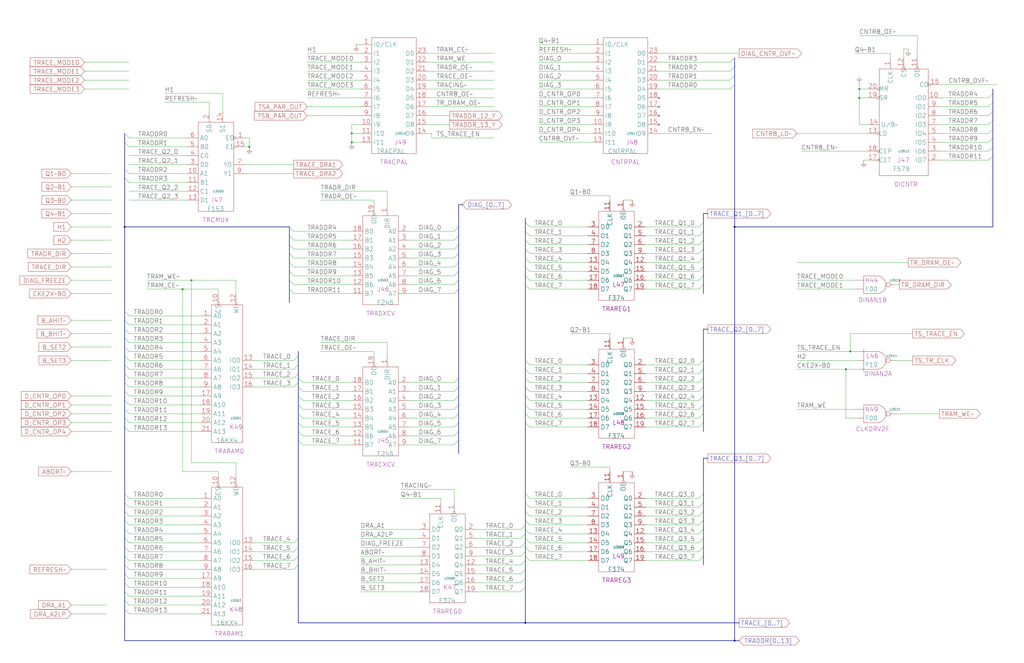
<source format=kicad_sch>
(kicad_sch (version 20230121) (generator eeschema)
  (paper "User" 584.2 378.46)
  (title_block (title "TRACE RAMS\\nDIAGNOSTIC COUNTER") (date "08-MAR-90") (rev "0.0") (comment 1 "MEM32 BOARD") (comment 2 "232-003066") (comment 3 "S400") (comment 4 "RELEASED"))
  (junction (at 200.66 81.28))
  (junction (at 200.66 76.2))
  (junction (at 71.12 129.54))
  (junction (at 485.14 200.66))
  (junction (at 490.22 50.8))
  (junction (at 490.22 55.88))
  (junction (at 109.22 160.02))
  (junction (at 299.72 355.6))
  (junction (at 104.14 165.1))
  (junction (at 482.6 210.82))
  (junction (at 142.24 83.82))
  (junction (at 419.1 129.54))
  (junction (at 419.1 365.76))
  (no_connect (at 375.92 60.96))
  (no_connect (at 375.92 71.12))
  (no_connect (at 375.92 66.04))
  (no_connect (at 375.92 55.88))
  (bus_entry (at 165.1 165.1) (size 2.54 2.54))
  (bus_entry (at 566.42 83.82) (size -2.54 2.54))
  (bus_entry (at 170.18 322.58) (size -2.54 2.54))
  (bus_entry (at 299.72 317.5) (size 2.54 2.54))
  (bus_entry (at 299.72 287.02) (size 2.54 2.54))
  (bus_entry (at 419.1 48.26) (size -2.54 2.54))
  (bus_entry (at 170.18 236.22) (size 2.54 2.54))
  (bus_entry (at 71.12 193.04) (size 2.54 2.54))
  (bus_entry (at 566.42 53.34) (size -2.54 2.54))
  (bus_entry (at 170.18 312.42) (size -2.54 2.54))
  (bus_entry (at 165.1 139.7) (size 2.54 2.54))
  (bus_entry (at 401.32 281.94) (size -2.54 2.54))
  (bus_entry (at 299.72 210.82) (size 2.54 2.54))
  (bus_entry (at 71.12 233.68) (size 2.54 2.54))
  (bus_entry (at 299.72 236.22) (size 2.54 2.54))
  (bus_entry (at 165.1 154.94) (size 2.54 2.54))
  (bus_entry (at 71.12 208.28) (size 2.54 2.54))
  (bus_entry (at 299.72 297.18) (size 2.54 2.54))
  (bus_entry (at 165.1 149.86) (size 2.54 2.54))
  (bus_entry (at 299.72 157.48) (size 2.54 2.54))
  (bus_entry (at 261.62 220.98) (size -2.54 2.54))
  (bus_entry (at 401.32 226.06) (size -2.54 2.54))
  (bus_entry (at 566.42 63.5) (size -2.54 2.54))
  (bus_entry (at 299.72 309.88) (size -2.54 2.54))
  (bus_entry (at 170.18 215.9) (size 2.54 2.54))
  (bus_entry (at 299.72 302.26) (size 2.54 2.54))
  (bus_entry (at 299.72 314.96) (size -2.54 2.54))
  (bus_entry (at 71.12 228.6) (size 2.54 2.54))
  (bus_entry (at 71.12 347.98) (size 2.54 2.54))
  (bus_entry (at 566.42 73.66) (size -2.54 2.54))
  (bus_entry (at 401.32 215.9) (size -2.54 2.54))
  (bus_entry (at 299.72 137.16) (size 2.54 2.54))
  (bus_entry (at 71.12 238.76) (size 2.54 2.54))
  (bus_entry (at 299.72 231.14) (size 2.54 2.54))
  (bus_entry (at 401.32 307.34) (size -2.54 2.54))
  (bus_entry (at 566.42 88.9) (size -2.54 2.54))
  (bus_entry (at 401.32 317.5) (size -2.54 2.54))
  (bus_entry (at 261.62 139.7) (size -2.54 2.54))
  (bus_entry (at 170.18 226.06) (size 2.54 2.54))
  (bus_entry (at 71.12 332.74) (size 2.54 2.54))
  (bus_entry (at 71.12 342.9) (size 2.54 2.54))
  (bus_entry (at 299.72 320.04) (size -2.54 2.54))
  (bus_entry (at 71.12 243.84) (size 2.54 2.54))
  (bus_entry (at 299.72 307.34) (size 2.54 2.54))
  (bus_entry (at 401.32 162.56) (size -2.54 2.54))
  (bus_entry (at 71.12 223.52) (size 2.54 2.54))
  (bus_entry (at 401.32 210.82) (size -2.54 2.54))
  (bus_entry (at 401.32 147.32) (size -2.54 2.54))
  (bus_entry (at 401.32 292.1) (size -2.54 2.54))
  (bus_entry (at 71.12 76.2) (size 2.54 2.54))
  (bus_entry (at 401.32 241.3) (size -2.54 2.54))
  (bus_entry (at 401.32 152.4) (size -2.54 2.54))
  (bus_entry (at 401.32 287.02) (size -2.54 2.54))
  (bus_entry (at 261.62 149.86) (size -2.54 2.54))
  (bus_entry (at 170.18 203.2) (size -2.54 2.54))
  (bus_entry (at 401.32 127) (size -2.54 2.54))
  (bus_entry (at 299.72 205.74) (size 2.54 2.54))
  (bus_entry (at 299.72 226.06) (size 2.54 2.54))
  (bus_entry (at 261.62 226.06) (size -2.54 2.54))
  (bus_entry (at 299.72 147.32) (size 2.54 2.54))
  (bus_entry (at 299.72 152.4) (size 2.54 2.54))
  (bus_entry (at 299.72 127) (size 2.54 2.54))
  (bus_entry (at 170.18 241.3) (size 2.54 2.54))
  (bus_entry (at 71.12 337.82) (size 2.54 2.54))
  (bus_entry (at 170.18 317.5) (size -2.54 2.54))
  (bus_entry (at 71.12 317.5) (size 2.54 2.54))
  (bus_entry (at 261.62 241.3) (size -2.54 2.54))
  (bus_entry (at 170.18 231.14) (size 2.54 2.54))
  (bus_entry (at 419.1 38.1) (size -2.54 2.54))
  (bus_entry (at 71.12 213.36) (size 2.54 2.54))
  (bus_entry (at 401.32 157.48) (size -2.54 2.54))
  (bus_entry (at 71.12 203.2) (size 2.54 2.54))
  (bus_entry (at 261.62 154.94) (size -2.54 2.54))
  (bus_entry (at 71.12 307.34) (size 2.54 2.54))
  (bus_entry (at 71.12 322.58) (size 2.54 2.54))
  (bus_entry (at 165.1 129.54) (size 2.54 2.54))
  (bus_entry (at 71.12 81.28) (size 2.54 2.54))
  (bus_entry (at 261.62 251.46) (size -2.54 2.54))
  (bus_entry (at 401.32 297.18) (size -2.54 2.54))
  (bus_entry (at 170.18 246.38) (size 2.54 2.54))
  (bus_entry (at 170.18 307.34) (size -2.54 2.54))
  (bus_entry (at 261.62 134.62) (size -2.54 2.54))
  (bus_entry (at 71.12 281.94) (size 2.54 2.54))
  (bus_entry (at 401.32 220.98) (size -2.54 2.54))
  (bus_entry (at 566.42 58.42) (size -2.54 2.54))
  (bus_entry (at 165.1 144.78) (size 2.54 2.54))
  (bus_entry (at 165.1 160.02) (size 2.54 2.54))
  (bus_entry (at 401.32 205.74) (size -2.54 2.54))
  (bus_entry (at 170.18 213.36) (size -2.54 2.54))
  (bus_entry (at 170.18 220.98) (size 2.54 2.54))
  (bus_entry (at 299.72 292.1) (size 2.54 2.54))
  (bus_entry (at 566.42 78.74) (size -2.54 2.54))
  (bus_entry (at 261.62 144.78) (size -2.54 2.54))
  (bus_entry (at 299.72 132.08) (size 2.54 2.54))
  (bus_entry (at 170.18 208.28) (size -2.54 2.54))
  (bus_entry (at 71.12 96.52) (size 2.54 2.54))
  (bus_entry (at 261.62 231.14) (size -2.54 2.54))
  (bus_entry (at 71.12 297.18) (size 2.54 2.54))
  (bus_entry (at 299.72 330.2) (size -2.54 2.54))
  (bus_entry (at 299.72 142.24) (size 2.54 2.54))
  (bus_entry (at 401.32 132.08) (size -2.54 2.54))
  (bus_entry (at 71.12 302.26) (size 2.54 2.54))
  (bus_entry (at 71.12 177.8) (size 2.54 2.54))
  (bus_entry (at 71.12 312.42) (size 2.54 2.54))
  (bus_entry (at 299.72 281.94) (size 2.54 2.54))
  (bus_entry (at 401.32 312.42) (size -2.54 2.54))
  (bus_entry (at 401.32 142.24) (size -2.54 2.54))
  (bus_entry (at 401.32 231.14) (size -2.54 2.54))
  (bus_entry (at 71.12 287.02) (size 2.54 2.54))
  (bus_entry (at 170.18 218.44) (size -2.54 2.54))
  (bus_entry (at 261.62 215.9) (size -2.54 2.54))
  (bus_entry (at 165.1 134.62) (size 2.54 2.54))
  (bus_entry (at 419.1 43.18) (size -2.54 2.54))
  (bus_entry (at 261.62 236.22) (size -2.54 2.54))
  (bus_entry (at 299.72 325.12) (size -2.54 2.54))
  (bus_entry (at 261.62 165.1) (size -2.54 2.54))
  (bus_entry (at 299.72 335.28) (size -2.54 2.54))
  (bus_entry (at 71.12 101.6) (size 2.54 2.54))
  (bus_entry (at 71.12 182.88) (size 2.54 2.54))
  (bus_entry (at 299.72 162.56) (size 2.54 2.54))
  (bus_entry (at 299.72 312.42) (size 2.54 2.54))
  (bus_entry (at 71.12 292.1) (size 2.54 2.54))
  (bus_entry (at 261.62 160.02) (size -2.54 2.54))
  (bus_entry (at 401.32 236.22) (size -2.54 2.54))
  (bus_entry (at 261.62 246.38) (size -2.54 2.54))
  (bus_entry (at 170.18 251.46) (size 2.54 2.54))
  (bus_entry (at 299.72 241.3) (size 2.54 2.54))
  (bus_entry (at 299.72 304.8) (size -2.54 2.54))
  (bus_entry (at 299.72 215.9) (size 2.54 2.54))
  (bus_entry (at 299.72 299.72) (size -2.54 2.54))
  (bus_entry (at 299.72 220.98) (size 2.54 2.54))
  (bus_entry (at 71.12 218.44) (size 2.54 2.54))
  (bus_entry (at 401.32 137.16) (size -2.54 2.54))
  (bus_entry (at 566.42 68.58) (size -2.54 2.54))
  (bus_entry (at 419.1 33.02) (size -2.54 2.54))
  (bus_entry (at 71.12 187.96) (size 2.54 2.54))
  (bus_entry (at 261.62 129.54) (size -2.54 2.54))
  (bus_entry (at 71.12 327.66) (size 2.54 2.54))
  (bus_entry (at 401.32 302.26) (size -2.54 2.54))
  (bus_entry (at 71.12 198.12) (size 2.54 2.54))
  (wire (pts (xy 302.26 154.94) (xy 335.28 154.94)))
  (wire (pts (xy 40.64 246.38) (xy 63.5 246.38)))
  (wire (pts (xy 73.66 304.8) (xy 114.3 304.8)))
  (wire (pts (xy 73.66 88.9) (xy 106.68 88.9)))
  (wire (pts (xy 144.78 215.9) (xy 167.64 215.9)))
  (bus (pts (xy 170.18 355.6) (xy 299.72 355.6)))
  (wire (pts (xy 233.68 223.52) (xy 259.08 223.52)))
  (wire (pts (xy 40.64 231.14) (xy 63.5 231.14)))
  (wire (pts (xy 124.46 271.78) (xy 124.46 269.24)))
  (bus (pts (xy 170.18 322.58) (xy 170.18 355.6)))
  (wire (pts (xy 139.7 83.82) (xy 142.24 83.82)))
  (bus (pts (xy 261.62 246.38) (xy 261.62 251.46)))
  (wire (pts (xy 307.34 60.96) (xy 337.82 60.96)))
  (wire (pts (xy 124.46 165.1) (xy 124.46 167.64)))
  (wire (pts (xy 246.38 76.2) (xy 246.38 78.74)))
  (wire (pts (xy 535.94 60.96) (xy 563.88 60.96)))
  (bus (pts (xy 299.72 302.26) (xy 299.72 304.8)))
  (wire (pts (xy 302.26 134.62) (xy 335.28 134.62)))
  (wire (pts (xy 490.22 55.88) (xy 490.22 50.8)))
  (wire (pts (xy 144.78 320.04) (xy 167.64 320.04)))
  (bus (pts (xy 71.12 76.2) (xy 71.12 81.28)))
  (wire (pts (xy 307.34 55.88) (xy 337.82 55.88)))
  (wire (pts (xy 233.68 132.08) (xy 259.08 132.08)))
  (wire (pts (xy 482.6 238.76) (xy 482.6 210.82)))
  (wire (pts (xy 495.3 71.12) (xy 490.22 71.12)))
  (wire (pts (xy 535.94 55.88) (xy 563.88 55.88)))
  (wire (pts (xy 490.22 50.8) (xy 495.3 50.8)))
  (wire (pts (xy 325.12 190.5) (xy 347.98 190.5)))
  (bus (pts (xy 299.72 215.9) (xy 299.72 220.98)))
  (wire (pts (xy 368.3 208.28) (xy 398.78 208.28)))
  (bus (pts (xy 261.62 129.54) (xy 261.62 134.62)))
  (bus (pts (xy 71.12 292.1) (xy 71.12 297.18)))
  (wire (pts (xy 355.6 269.24) (xy 360.68 269.24)))
  (wire (pts (xy 368.3 243.84) (xy 398.78 243.84)))
  (wire (pts (xy 302.26 233.68) (xy 335.28 233.68)))
  (bus (pts (xy 170.18 251.46) (xy 170.18 307.34)))
  (wire (pts (xy 134.62 160.02) (xy 134.62 167.64)))
  (wire (pts (xy 40.64 345.44) (xy 60.96 345.44)))
  (wire (pts (xy 243.84 50.8) (xy 281.94 50.8)))
  (wire (pts (xy 220.98 195.58) (xy 220.98 203.2)))
  (bus (pts (xy 165.1 165.1) (xy 165.1 172.72)))
  (wire (pts (xy 307.34 50.8) (xy 337.82 50.8)))
  (wire (pts (xy 205.74 317.5) (xy 238.76 317.5)))
  (wire (pts (xy 375.92 40.64) (xy 416.56 40.64)))
  (wire (pts (xy 73.66 99.06) (xy 106.68 99.06)))
  (wire (pts (xy 520.7 190.5) (xy 485.14 190.5)))
  (wire (pts (xy 233.68 167.64) (xy 259.08 167.64)))
  (bus (pts (xy 71.12 287.02) (xy 71.12 292.1)))
  (bus (pts (xy 299.72 132.08) (xy 299.72 137.16)))
  (wire (pts (xy 167.64 132.08) (xy 200.66 132.08)))
  (bus (pts (xy 71.12 297.18) (xy 71.12 302.26)))
  (wire (pts (xy 243.84 30.48) (xy 281.94 30.48)))
  (bus (pts (xy 71.12 81.28) (xy 71.12 96.52)))
  (bus (pts (xy 71.12 96.52) (xy 71.12 101.6)))
  (wire (pts (xy 482.6 210.82) (xy 490.22 210.82)))
  (wire (pts (xy 302.26 213.36) (xy 335.28 213.36)))
  (bus (pts (xy 299.72 157.48) (xy 299.72 162.56)))
  (wire (pts (xy 259.08 279.4) (xy 259.08 287.02)))
  (bus (pts (xy 566.42 73.66) (xy 566.42 78.74)))
  (bus (pts (xy 299.72 297.18) (xy 299.72 299.72)))
  (wire (pts (xy 200.66 81.28) (xy 200.66 76.2)))
  (bus (pts (xy 401.32 132.08) (xy 401.32 137.16)))
  (wire (pts (xy 454.66 149.86) (xy 518.16 149.86)))
  (wire (pts (xy 271.78 317.5) (xy 297.18 317.5)))
  (bus (pts (xy 401.32 287.02) (xy 401.32 292.1)))
  (bus (pts (xy 299.72 147.32) (xy 299.72 152.4)))
  (bus (pts (xy 261.62 139.7) (xy 261.62 144.78)))
  (wire (pts (xy 302.26 238.76) (xy 335.28 238.76)))
  (wire (pts (xy 167.64 167.64) (xy 200.66 167.64)))
  (wire (pts (xy 175.26 50.8) (xy 205.74 50.8)))
  (wire (pts (xy 104.14 165.1) (xy 104.14 269.24)))
  (wire (pts (xy 515.62 27.94) (xy 515.62 33.02)))
  (bus (pts (xy 419.1 129.54) (xy 419.1 365.76)))
  (bus (pts (xy 401.32 147.32) (xy 401.32 152.4)))
  (wire (pts (xy 40.64 129.54) (xy 63.5 129.54)))
  (bus (pts (xy 71.12 198.12) (xy 71.12 203.2)))
  (wire (pts (xy 325.12 266.7) (xy 347.98 266.7)))
  (wire (pts (xy 205.74 337.82) (xy 238.76 337.82)))
  (bus (pts (xy 71.12 312.42) (xy 71.12 317.5)))
  (wire (pts (xy 454.66 165.1) (xy 487.68 165.1)))
  (bus (pts (xy 299.72 292.1) (xy 299.72 297.18)))
  (wire (pts (xy 302.26 223.52) (xy 335.28 223.52)))
  (bus (pts (xy 165.1 154.94) (xy 165.1 160.02)))
  (wire (pts (xy 307.34 76.2) (xy 337.82 76.2)))
  (bus (pts (xy 401.32 220.98) (xy 401.32 226.06)))
  (bus (pts (xy 401.32 121.92) (xy 403.86 121.92)))
  (wire (pts (xy 490.22 20.32) (xy 523.24 20.32)))
  (bus (pts (xy 566.42 68.58) (xy 566.42 73.66)))
  (wire (pts (xy 40.64 152.4) (xy 63.5 152.4)))
  (wire (pts (xy 307.34 25.4) (xy 337.82 25.4)))
  (wire (pts (xy 510.54 236.22) (xy 535.94 236.22)))
  (bus (pts (xy 299.72 312.42) (xy 299.72 314.96)))
  (wire (pts (xy 200.66 81.28) (xy 205.74 81.28)))
  (bus (pts (xy 261.62 134.62) (xy 261.62 139.7)))
  (wire (pts (xy 271.78 332.74) (xy 297.18 332.74)))
  (bus (pts (xy 401.32 157.48) (xy 401.32 162.56)))
  (wire (pts (xy 172.72 228.6) (xy 200.66 228.6)))
  (wire (pts (xy 144.78 309.88) (xy 167.64 309.88)))
  (bus (pts (xy 170.18 307.34) (xy 170.18 312.42)))
  (wire (pts (xy 40.64 114.3) (xy 63.5 114.3)))
  (wire (pts (xy 368.3 228.6) (xy 398.78 228.6)))
  (wire (pts (xy 307.34 45.72) (xy 337.82 45.72)))
  (bus (pts (xy 71.12 177.8) (xy 71.12 182.88)))
  (wire (pts (xy 73.66 345.44) (xy 114.3 345.44)))
  (wire (pts (xy 40.64 167.64) (xy 63.5 167.64)))
  (wire (pts (xy 73.66 205.74) (xy 114.3 205.74)))
  (bus (pts (xy 299.72 231.14) (xy 299.72 236.22)))
  (wire (pts (xy 307.34 40.64) (xy 337.82 40.64)))
  (bus (pts (xy 401.32 261.62) (xy 401.32 281.94)))
  (wire (pts (xy 487.68 238.76) (xy 482.6 238.76)))
  (wire (pts (xy 233.68 152.4) (xy 259.08 152.4)))
  (wire (pts (xy 213.36 114.3) (xy 213.36 116.84)))
  (bus (pts (xy 71.12 317.5) (xy 71.12 322.58)))
  (wire (pts (xy 182.88 200.66) (xy 213.36 200.66)))
  (bus (pts (xy 261.62 251.46) (xy 261.62 259.08)))
  (bus (pts (xy 170.18 200.66) (xy 170.18 203.2)))
  (wire (pts (xy 347.98 266.7) (xy 347.98 269.24)))
  (wire (pts (xy 485.14 200.66) (xy 490.22 200.66)))
  (wire (pts (xy 40.64 190.5) (xy 63.5 190.5)))
  (wire (pts (xy 213.36 200.66) (xy 213.36 203.2)))
  (wire (pts (xy 302.26 139.7) (xy 335.28 139.7)))
  (bus (pts (xy 71.12 238.76) (xy 71.12 243.84)))
  (wire (pts (xy 200.66 71.12) (xy 205.74 71.12)))
  (bus (pts (xy 401.32 312.42) (xy 401.32 317.5)))
  (wire (pts (xy 302.26 299.72) (xy 335.28 299.72)))
  (bus (pts (xy 299.72 281.94) (xy 299.72 287.02)))
  (bus (pts (xy 261.62 165.1) (xy 261.62 215.9)))
  (wire (pts (xy 271.78 307.34) (xy 297.18 307.34)))
  (wire (pts (xy 233.68 243.84) (xy 259.08 243.84)))
  (wire (pts (xy 535.94 91.44) (xy 563.88 91.44)))
  (bus (pts (xy 71.12 322.58) (xy 71.12 327.66)))
  (wire (pts (xy 302.26 165.1) (xy 335.28 165.1)))
  (wire (pts (xy 73.66 104.14) (xy 106.68 104.14)))
  (bus (pts (xy 261.62 236.22) (xy 261.62 241.3)))
  (wire (pts (xy 368.3 233.68) (xy 398.78 233.68)))
  (wire (pts (xy 40.64 198.12) (xy 63.5 198.12)))
  (wire (pts (xy 73.66 320.04) (xy 114.3 320.04)))
  (bus (pts (xy 165.1 129.54) (xy 165.1 134.62)))
  (wire (pts (xy 271.78 322.58) (xy 297.18 322.58)))
  (wire (pts (xy 205.74 312.42) (xy 238.76 312.42)))
  (wire (pts (xy 73.66 180.34) (xy 114.3 180.34)))
  (bus (pts (xy 566.42 88.9) (xy 566.42 129.54)))
  (wire (pts (xy 368.3 134.62) (xy 398.78 134.62)))
  (wire (pts (xy 205.74 322.58) (xy 238.76 322.58)))
  (wire (pts (xy 535.94 81.28) (xy 563.88 81.28)))
  (bus (pts (xy 299.72 241.3) (xy 299.72 281.94)))
  (wire (pts (xy 302.26 228.6) (xy 335.28 228.6)))
  (wire (pts (xy 40.64 205.74) (xy 63.5 205.74)))
  (wire (pts (xy 302.26 304.8) (xy 335.28 304.8)))
  (bus (pts (xy 401.32 226.06) (xy 401.32 231.14)))
  (wire (pts (xy 200.66 76.2) (xy 200.66 71.12)))
  (wire (pts (xy 40.64 106.68) (xy 63.5 106.68)))
  (bus (pts (xy 71.12 327.66) (xy 71.12 332.74)))
  (wire (pts (xy 368.3 154.94) (xy 398.78 154.94)))
  (bus (pts (xy 71.12 193.04) (xy 71.12 198.12)))
  (wire (pts (xy 93.98 58.42) (xy 119.38 58.42)))
  (wire (pts (xy 127 53.34) (xy 127 63.5)))
  (wire (pts (xy 73.66 350.52) (xy 114.3 350.52)))
  (wire (pts (xy 535.94 66.04) (xy 563.88 66.04)))
  (wire (pts (xy 307.34 71.12) (xy 337.82 71.12)))
  (bus (pts (xy 261.62 116.84) (xy 261.62 129.54)))
  (bus (pts (xy 299.72 210.82) (xy 299.72 215.9)))
  (bus (pts (xy 419.1 38.1) (xy 419.1 43.18)))
  (bus (pts (xy 401.32 210.82) (xy 401.32 215.9)))
  (wire (pts (xy 175.26 30.48) (xy 205.74 30.48)))
  (wire (pts (xy 73.66 289.56) (xy 114.3 289.56)))
  (wire (pts (xy 73.66 190.5) (xy 114.3 190.5)))
  (bus (pts (xy 261.62 215.9) (xy 261.62 220.98)))
  (bus (pts (xy 566.42 83.82) (xy 566.42 88.9)))
  (wire (pts (xy 73.66 210.82) (xy 114.3 210.82)))
  (bus (pts (xy 71.12 281.94) (xy 71.12 287.02)))
  (wire (pts (xy 182.88 195.58) (xy 220.98 195.58)))
  (wire (pts (xy 203.2 25.4) (xy 205.74 25.4)))
  (wire (pts (xy 302.26 284.48) (xy 335.28 284.48)))
  (bus (pts (xy 261.62 231.14) (xy 261.62 236.22)))
  (bus (pts (xy 299.72 314.96) (xy 299.72 317.5)))
  (bus (pts (xy 299.72 355.6) (xy 421.64 355.6)))
  (bus (pts (xy 299.72 299.72) (xy 299.72 302.26)))
  (wire (pts (xy 307.34 81.28) (xy 337.82 81.28)))
  (wire (pts (xy 73.66 109.22) (xy 106.68 109.22)))
  (wire (pts (xy 124.46 269.24) (xy 104.14 269.24)))
  (wire (pts (xy 104.14 165.1) (xy 124.46 165.1)))
  (wire (pts (xy 73.66 195.58) (xy 114.3 195.58)))
  (bus (pts (xy 401.32 261.62) (xy 403.86 261.62)))
  (wire (pts (xy 172.72 223.52) (xy 200.66 223.52)))
  (wire (pts (xy 271.78 302.26) (xy 297.18 302.26)))
  (wire (pts (xy 167.64 152.4) (xy 200.66 152.4)))
  (wire (pts (xy 302.26 320.04) (xy 335.28 320.04)))
  (wire (pts (xy 182.88 109.22) (xy 220.98 109.22)))
  (wire (pts (xy 167.64 142.24) (xy 200.66 142.24)))
  (bus (pts (xy 261.62 220.98) (xy 261.62 226.06)))
  (bus (pts (xy 299.72 205.74) (xy 299.72 210.82)))
  (bus (pts (xy 401.32 241.3) (xy 401.32 246.38)))
  (bus (pts (xy 401.32 317.5) (xy 401.32 322.58)))
  (wire (pts (xy 48.26 35.56) (xy 73.66 35.56)))
  (wire (pts (xy 73.66 220.98) (xy 114.3 220.98)))
  (wire (pts (xy 368.3 139.7) (xy 398.78 139.7)))
  (wire (pts (xy 302.26 243.84) (xy 335.28 243.84)))
  (wire (pts (xy 83.82 160.02) (xy 109.22 160.02)))
  (wire (pts (xy 243.84 66.04) (xy 256.54 66.04)))
  (bus (pts (xy 170.18 246.38) (xy 170.18 251.46)))
  (wire (pts (xy 73.66 185.42) (xy 114.3 185.42)))
  (wire (pts (xy 302.26 129.54) (xy 335.28 129.54)))
  (bus (pts (xy 71.12 233.68) (xy 71.12 238.76)))
  (wire (pts (xy 243.84 71.12) (xy 256.54 71.12)))
  (wire (pts (xy 172.72 248.92) (xy 200.66 248.92)))
  (bus (pts (xy 566.42 63.5) (xy 566.42 68.58)))
  (bus (pts (xy 299.72 320.04) (xy 299.72 325.12)))
  (wire (pts (xy 307.34 35.56) (xy 337.82 35.56)))
  (bus (pts (xy 401.32 142.24) (xy 401.32 147.32)))
  (bus (pts (xy 170.18 317.5) (xy 170.18 322.58)))
  (wire (pts (xy 271.78 312.42) (xy 297.18 312.42)))
  (wire (pts (xy 144.78 325.12) (xy 167.64 325.12)))
  (bus (pts (xy 261.62 241.3) (xy 261.62 246.38)))
  (wire (pts (xy 368.3 223.52) (xy 398.78 223.52)))
  (wire (pts (xy 307.34 66.04) (xy 337.82 66.04)))
  (wire (pts (xy 172.72 218.44) (xy 200.66 218.44)))
  (bus (pts (xy 165.1 160.02) (xy 165.1 165.1)))
  (wire (pts (xy 220.98 109.22) (xy 220.98 116.84)))
  (bus (pts (xy 165.1 134.62) (xy 165.1 139.7)))
  (wire (pts (xy 368.3 218.44) (xy 398.78 218.44)))
  (wire (pts (xy 368.3 129.54) (xy 398.78 129.54)))
  (bus (pts (xy 401.32 297.18) (xy 401.32 302.26)))
  (bus (pts (xy 170.18 203.2) (xy 170.18 208.28)))
  (wire (pts (xy 233.68 137.16) (xy 259.08 137.16)))
  (wire (pts (xy 73.66 83.82) (xy 106.68 83.82)))
  (wire (pts (xy 73.66 231.14) (xy 114.3 231.14)))
  (wire (pts (xy 73.66 309.88) (xy 114.3 309.88)))
  (wire (pts (xy 73.66 330.2) (xy 114.3 330.2)))
  (wire (pts (xy 302.26 149.86) (xy 335.28 149.86)))
  (bus (pts (xy 71.12 365.76) (xy 419.1 365.76)))
  (bus (pts (xy 299.72 330.2) (xy 299.72 335.28)))
  (wire (pts (xy 205.74 307.34) (xy 238.76 307.34)))
  (wire (pts (xy 271.78 337.82) (xy 297.18 337.82)))
  (bus (pts (xy 299.72 287.02) (xy 299.72 292.1)))
  (wire (pts (xy 73.66 284.48) (xy 114.3 284.48)))
  (wire (pts (xy 495.3 55.88) (xy 490.22 55.88)))
  (bus (pts (xy 299.72 317.5) (xy 299.72 320.04)))
  (wire (pts (xy 535.94 76.2) (xy 563.88 76.2)))
  (wire (pts (xy 535.94 48.26) (xy 568.96 48.26)))
  (wire (pts (xy 48.26 40.64) (xy 73.66 40.64)))
  (bus (pts (xy 71.12 187.96) (xy 71.12 193.04)))
  (wire (pts (xy 73.66 215.9) (xy 114.3 215.9)))
  (bus (pts (xy 299.72 307.34) (xy 299.72 309.88)))
  (wire (pts (xy 175.26 60.96) (xy 205.74 60.96)))
  (bus (pts (xy 71.12 337.82) (xy 71.12 342.9)))
  (wire (pts (xy 228.6 279.4) (xy 259.08 279.4)))
  (bus (pts (xy 165.1 149.86) (xy 165.1 154.94)))
  (bus (pts (xy 401.32 127) (xy 401.32 132.08)))
  (wire (pts (xy 144.78 205.74) (xy 167.64 205.74)))
  (wire (pts (xy 233.68 254) (xy 259.08 254)))
  (wire (pts (xy 172.72 254) (xy 200.66 254)))
  (bus (pts (xy 299.72 127) (xy 299.72 132.08)))
  (bus (pts (xy 71.12 129.54) (xy 71.12 177.8)))
  (bus (pts (xy 261.62 154.94) (xy 261.62 160.02)))
  (bus (pts (xy 170.18 220.98) (xy 170.18 226.06)))
  (bus (pts (xy 401.32 187.96) (xy 401.32 205.74)))
  (wire (pts (xy 109.22 160.02) (xy 134.62 160.02)))
  (wire (pts (xy 73.66 241.3) (xy 114.3 241.3)))
  (bus (pts (xy 71.12 307.34) (xy 71.12 312.42)))
  (bus (pts (xy 71.12 332.74) (xy 71.12 337.82)))
  (bus (pts (xy 71.12 129.54) (xy 165.1 129.54)))
  (wire (pts (xy 347.98 111.76) (xy 347.98 114.3)))
  (bus (pts (xy 566.42 129.54) (xy 419.1 129.54)))
  (wire (pts (xy 119.38 58.42) (xy 119.38 63.5)))
  (wire (pts (xy 368.3 304.8) (xy 398.78 304.8)))
  (bus (pts (xy 401.32 281.94) (xy 401.32 287.02)))
  (wire (pts (xy 40.64 236.22) (xy 63.5 236.22)))
  (bus (pts (xy 71.12 342.9) (xy 71.12 347.98)))
  (wire (pts (xy 243.84 45.72) (xy 281.94 45.72)))
  (bus (pts (xy 71.12 228.6) (xy 71.12 233.68)))
  (wire (pts (xy 172.72 233.68) (xy 200.66 233.68)))
  (bus (pts (xy 71.12 213.36) (xy 71.12 218.44)))
  (wire (pts (xy 175.26 55.88) (xy 205.74 55.88)))
  (bus (pts (xy 299.72 335.28) (xy 299.72 355.6)))
  (wire (pts (xy 233.68 228.6) (xy 259.08 228.6)))
  (wire (pts (xy 535.94 71.12) (xy 563.88 71.12)))
  (wire (pts (xy 368.3 320.04) (xy 398.78 320.04)))
  (bus (pts (xy 299.72 226.06) (xy 299.72 231.14)))
  (bus (pts (xy 170.18 241.3) (xy 170.18 246.38)))
  (wire (pts (xy 487.68 30.48) (xy 508 30.48)))
  (wire (pts (xy 205.74 327.66) (xy 238.76 327.66)))
  (wire (pts (xy 243.84 55.88) (xy 281.94 55.88)))
  (bus (pts (xy 71.12 243.84) (xy 71.12 281.94)))
  (wire (pts (xy 40.64 160.02) (xy 63.5 160.02)))
  (bus (pts (xy 165.1 139.7) (xy 165.1 144.78)))
  (wire (pts (xy 368.3 160.02) (xy 398.78 160.02)))
  (bus (pts (xy 299.72 304.8) (xy 299.72 307.34)))
  (wire (pts (xy 40.64 269.24) (xy 63.5 269.24)))
  (wire (pts (xy 510.54 162.56) (xy 513.08 162.56)))
  (bus (pts (xy 401.32 187.96) (xy 403.86 187.96)))
  (wire (pts (xy 454.66 76.2) (xy 495.3 76.2)))
  (bus (pts (xy 170.18 226.06) (xy 170.18 231.14)))
  (wire (pts (xy 73.66 335.28) (xy 114.3 335.28)))
  (bus (pts (xy 401.32 137.16) (xy 401.32 142.24)))
  (bus (pts (xy 71.12 223.52) (xy 71.12 228.6)))
  (wire (pts (xy 93.98 53.34) (xy 127 53.34)))
  (wire (pts (xy 271.78 327.66) (xy 297.18 327.66)))
  (wire (pts (xy 454.66 210.82) (xy 482.6 210.82)))
  (bus (pts (xy 71.12 208.28) (xy 71.12 213.36)))
  (bus (pts (xy 299.72 142.24) (xy 299.72 147.32)))
  (wire (pts (xy 251.46 284.48) (xy 251.46 287.02)))
  (bus (pts (xy 566.42 53.34) (xy 566.42 58.42)))
  (bus (pts (xy 261.62 160.02) (xy 261.62 165.1)))
  (wire (pts (xy 454.66 233.68) (xy 487.68 233.68)))
  (wire (pts (xy 40.64 241.3) (xy 63.5 241.3)))
  (wire (pts (xy 302.26 144.78) (xy 335.28 144.78)))
  (bus (pts (xy 71.12 302.26) (xy 71.12 307.34)))
  (wire (pts (xy 233.68 142.24) (xy 259.08 142.24)))
  (wire (pts (xy 233.68 238.76) (xy 259.08 238.76)))
  (wire (pts (xy 175.26 40.64) (xy 205.74 40.64)))
  (wire (pts (xy 347.98 190.5) (xy 347.98 193.04)))
  (bus (pts (xy 299.72 162.56) (xy 299.72 205.74)))
  (bus (pts (xy 299.72 236.22) (xy 299.72 241.3)))
  (wire (pts (xy 243.84 40.64) (xy 281.94 40.64)))
  (bus (pts (xy 566.42 58.42) (xy 566.42 63.5)))
  (wire (pts (xy 368.3 238.76) (xy 398.78 238.76)))
  (wire (pts (xy 139.7 78.74) (xy 142.24 78.74)))
  (wire (pts (xy 73.66 294.64) (xy 114.3 294.64)))
  (wire (pts (xy 233.68 218.44) (xy 259.08 218.44)))
  (wire (pts (xy 73.66 299.72) (xy 114.3 299.72)))
  (wire (pts (xy 457.2 86.36) (xy 495.3 86.36)))
  (bus (pts (xy 299.72 124.46) (xy 299.72 127)))
  (wire (pts (xy 205.74 302.26) (xy 238.76 302.26)))
  (wire (pts (xy 139.7 99.06) (xy 167.64 99.06)))
  (bus (pts (xy 299.72 137.16) (xy 299.72 142.24)))
  (wire (pts (xy 172.72 243.84) (xy 200.66 243.84)))
  (wire (pts (xy 302.26 160.02) (xy 335.28 160.02)))
  (wire (pts (xy 109.22 160.02) (xy 109.22 264.16)))
  (wire (pts (xy 368.3 289.56) (xy 398.78 289.56)))
  (wire (pts (xy 375.92 50.8) (xy 416.56 50.8)))
  (wire (pts (xy 48.26 45.72) (xy 73.66 45.72)))
  (wire (pts (xy 48.26 50.8) (xy 73.66 50.8)))
  (wire (pts (xy 368.3 149.86) (xy 398.78 149.86)))
  (wire (pts (xy 73.66 226.06) (xy 114.3 226.06)))
  (wire (pts (xy 40.64 121.92) (xy 63.5 121.92)))
  (bus (pts (xy 401.32 307.34) (xy 401.32 312.42)))
  (wire (pts (xy 228.6 284.48) (xy 251.46 284.48)))
  (wire (pts (xy 368.3 284.48) (xy 398.78 284.48)))
  (wire (pts (xy 454.66 160.02) (xy 487.68 160.02)))
  (wire (pts (xy 73.66 114.3) (xy 106.68 114.3)))
  (wire (pts (xy 73.66 78.74) (xy 106.68 78.74)))
  (bus (pts (xy 261.62 144.78) (xy 261.62 149.86)))
  (bus (pts (xy 401.32 162.56) (xy 401.32 167.64)))
  (bus (pts (xy 401.32 236.22) (xy 401.32 241.3)))
  (bus (pts (xy 401.32 215.9) (xy 401.32 220.98)))
  (wire (pts (xy 375.92 76.2) (xy 406.4 76.2)))
  (wire (pts (xy 490.22 71.12) (xy 490.22 55.88)))
  (bus (pts (xy 419.1 48.26) (xy 419.1 129.54)))
  (wire (pts (xy 40.64 182.88) (xy 63.5 182.88)))
  (wire (pts (xy 175.26 66.04) (xy 205.74 66.04)))
  (wire (pts (xy 325.12 111.76) (xy 347.98 111.76)))
  (wire (pts (xy 375.92 35.56) (xy 416.56 35.56)))
  (wire (pts (xy 454.66 200.66) (xy 485.14 200.66)))
  (wire (pts (xy 139.7 93.98) (xy 167.64 93.98)))
  (wire (pts (xy 302.26 314.96) (xy 335.28 314.96)))
  (wire (pts (xy 175.26 35.56) (xy 205.74 35.56)))
  (wire (pts (xy 142.24 78.74) (xy 142.24 83.82)))
  (bus (pts (xy 170.18 215.9) (xy 170.18 218.44)))
  (wire (pts (xy 302.26 289.56) (xy 335.28 289.56)))
  (wire (pts (xy 518.16 27.94) (xy 515.62 27.94)))
  (bus (pts (xy 261.62 116.84) (xy 264.16 116.84)))
  (wire (pts (xy 73.66 314.96) (xy 114.3 314.96)))
  (bus (pts (xy 170.18 231.14) (xy 170.18 236.22)))
  (wire (pts (xy 355.6 114.3) (xy 360.68 114.3)))
  (wire (pts (xy 233.68 162.56) (xy 259.08 162.56)))
  (wire (pts (xy 73.66 340.36) (xy 114.3 340.36)))
  (wire (pts (xy 368.3 165.1) (xy 398.78 165.1)))
  (bus (pts (xy 170.18 218.44) (xy 170.18 220.98)))
  (bus (pts (xy 419.1 33.02) (xy 419.1 38.1)))
  (bus (pts (xy 401.32 292.1) (xy 401.32 297.18)))
  (wire (pts (xy 355.6 193.04) (xy 360.68 193.04)))
  (wire (pts (xy 508 30.48) (xy 508 33.02)))
  (wire (pts (xy 233.68 157.48) (xy 259.08 157.48)))
  (bus (pts (xy 566.42 50.8) (xy 566.42 53.34)))
  (wire (pts (xy 40.64 99.06) (xy 63.5 99.06)))
  (bus (pts (xy 299.72 325.12) (xy 299.72 330.2)))
  (wire (pts (xy 523.24 20.32) (xy 523.24 33.02)))
  (wire (pts (xy 368.3 314.96) (xy 398.78 314.96)))
  (wire (pts (xy 492.76 91.44) (xy 495.3 91.44)))
  (wire (pts (xy 307.34 30.48) (xy 337.82 30.48)))
  (wire (pts (xy 375.92 45.72) (xy 416.56 45.72)))
  (bus (pts (xy 419.1 365.76) (xy 421.64 365.76)))
  (wire (pts (xy 144.78 210.82) (xy 167.64 210.82)))
  (bus (pts (xy 170.18 213.36) (xy 170.18 215.9)))
  (bus (pts (xy 401.32 205.74) (xy 401.32 210.82)))
  (wire (pts (xy 510.54 205.74) (xy 520.7 205.74)))
  (wire (pts (xy 243.84 35.56) (xy 281.94 35.56)))
  (bus (pts (xy 566.42 78.74) (xy 566.42 83.82)))
  (wire (pts (xy 243.84 60.96) (xy 281.94 60.96)))
  (wire (pts (xy 175.26 45.72) (xy 205.74 45.72)))
  (bus (pts (xy 419.1 43.18) (xy 419.1 48.26)))
  (wire (pts (xy 73.66 93.98) (xy 106.68 93.98)))
  (wire (pts (xy 243.84 76.2) (xy 246.38 76.2)))
  (bus (pts (xy 71.12 347.98) (xy 71.12 365.76)))
  (wire (pts (xy 167.64 162.56) (xy 200.66 162.56)))
  (wire (pts (xy 233.68 248.92) (xy 259.08 248.92)))
  (wire (pts (xy 172.72 238.76) (xy 200.66 238.76)))
  (wire (pts (xy 205.74 332.74) (xy 238.76 332.74)))
  (wire (pts (xy 368.3 309.88) (xy 398.78 309.88)))
  (wire (pts (xy 73.66 325.12) (xy 114.3 325.12)))
  (wire (pts (xy 144.78 220.98) (xy 167.64 220.98)))
  (wire (pts (xy 368.3 299.72) (xy 398.78 299.72)))
  (bus (pts (xy 71.12 101.6) (xy 71.12 129.54)))
  (wire (pts (xy 40.64 144.78) (xy 63.5 144.78)))
  (wire (pts (xy 302.26 294.64) (xy 335.28 294.64)))
  (bus (pts (xy 299.72 220.98) (xy 299.72 226.06)))
  (bus (pts (xy 261.62 149.86) (xy 261.62 154.94)))
  (wire (pts (xy 182.88 114.3) (xy 213.36 114.3)))
  (wire (pts (xy 454.66 205.74) (xy 490.22 205.74)))
  (wire (pts (xy 167.64 147.32) (xy 200.66 147.32)))
  (bus (pts (xy 261.62 226.06) (xy 261.62 231.14)))
  (bus (pts (xy 71.12 203.2) (xy 71.12 208.28)))
  (wire (pts (xy 73.66 246.38) (xy 114.3 246.38)))
  (bus (pts (xy 401.32 152.4) (xy 401.32 157.48)))
  (bus (pts (xy 170.18 312.42) (xy 170.18 317.5)))
  (wire (pts (xy 375.92 30.48) (xy 421.64 30.48)))
  (wire (pts (xy 302.26 309.88) (xy 335.28 309.88)))
  (wire (pts (xy 73.66 236.22) (xy 114.3 236.22)))
  (wire (pts (xy 134.62 264.16) (xy 134.62 271.78)))
  (wire (pts (xy 368.3 144.78) (xy 398.78 144.78)))
  (wire (pts (xy 233.68 233.68) (xy 259.08 233.68)))
  (bus (pts (xy 401.32 121.92) (xy 401.32 127)))
  (wire (pts (xy 368.3 213.36) (xy 398.78 213.36)))
  (bus (pts (xy 71.12 218.44) (xy 71.12 223.52)))
  (bus (pts (xy 299.72 152.4) (xy 299.72 157.48)))
  (wire (pts (xy 200.66 76.2) (xy 205.74 76.2)))
  (wire (pts (xy 144.78 314.96) (xy 167.64 314.96)))
  (wire (pts (xy 485.14 190.5) (xy 485.14 200.66)))
  (wire (pts (xy 40.64 325.12) (xy 60.96 325.12)))
  (wire (pts (xy 302.26 218.44) (xy 335.28 218.44)))
  (wire (pts (xy 109.22 264.16) (xy 134.62 264.16)))
  (wire (pts (xy 302.26 208.28) (xy 335.28 208.28)))
  (wire (pts (xy 83.82 165.1) (xy 104.14 165.1)))
  (wire (pts (xy 73.66 200.66) (xy 114.3 200.66)))
  (bus (pts (xy 401.32 302.26) (xy 401.32 307.34)))
  (bus (pts (xy 299.72 309.88) (xy 299.72 312.42)))
  (bus (pts (xy 170.18 208.28) (xy 170.18 213.36)))
  (wire (pts (xy 40.64 350.52) (xy 60.96 350.52)))
  (wire (pts (xy 233.68 147.32) (xy 259.08 147.32)))
  (wire (pts (xy 167.64 157.48) (xy 200.66 157.48)))
  (wire (pts (xy 40.64 226.06) (xy 63.5 226.06)))
  (wire (pts (xy 167.64 137.16) (xy 200.66 137.16)))
  (wire (pts (xy 490.22 50.8) (xy 490.22 48.26)))
  (bus (pts (xy 71.12 182.88) (xy 71.12 187.96)))
  (bus (pts (xy 401.32 231.14) (xy 401.32 236.22)))
  (bus (pts (xy 165.1 144.78) (xy 165.1 149.86)))
  (wire (pts (xy 246.38 78.74) (xy 281.94 78.74)))
  (wire (pts (xy 40.64 137.16) (xy 63.5 137.16)))
  (wire (pts (xy 535.94 86.36) (xy 563.88 86.36)))
  (bus (pts (xy 170.18 236.22) (xy 170.18 241.3)))
  (wire (pts (xy 368.3 294.64) (xy 398.78 294.64)))
  (label "TRACE_5" (at 276.86 327.66 0) (effects (font (size 2.54 2.54))))
  (label "DIAG_2" (at 307.34 45.72 0) (effects (font (size 2.54 2.54))))
  (label "TRACE_7" (at 304.8 243.84 0) (effects (font (size 2.54 2.54))))
  (label "TRACE_0" (at 304.8 284.48 0) (effects (font (size 2.54 2.54))))
  (label "TRADDR10" (at 541.02 86.36 0) (effects (font (size 2.54 2.54))))
  (label "TRADDR13" (at 76.2 246.38 0) (effects (font (size 2.54 2.54))))
  (label "TRADDR9" (at 175.26 157.48 0) (effects (font (size 2.54 2.54))))
  (label "TRACE_3" (at 276.86 317.5 0) (effects (font (size 2.54 2.54))))
  (label "DIAG_1" (at 238.76 137.16 0) (effects (font (size 2.54 2.54))))
  (label "TRACE_7" (at 177.8 254 0) (effects (font (size 2.54 2.54))))
  (label "TRACE_Q2_3" (at 78.74 114.3 0) (effects (font (size 2.54 2.54))))
  (label "DIAG_3" (at 238.76 233.68 0) (effects (font (size 2.54 2.54))))
  (label "TRACE_MODE1" (at 175.26 40.64 0) (effects (font (size 2.54 2.54))))
  (label "TRACE_5" (at 304.8 309.88 0) (effects (font (size 2.54 2.54))))
  (label "TRADDR4" (at 76.2 200.66 0) (effects (font (size 2.54 2.54))))
  (label "TRADDR1" (at 76.2 289.56 0) (effects (font (size 2.54 2.54))))
  (label "TRAM_CE~" (at 248.92 30.48 0) (effects (font (size 2.54 2.54))))
  (label "TRADDR1" (at 78.74 83.82 0) (effects (font (size 2.54 2.54))))
  (label "TRADDR6" (at 76.2 314.96 0) (effects (font (size 2.54 2.54))))
  (label "TRACE_2" (at 177.8 228.6 0) (effects (font (size 2.54 2.54))))
  (label "TRADDR2" (at 76.2 294.64 0) (effects (font (size 2.54 2.54))))
  (label "TRACE_7" (at 149.86 325.12 0) (effects (font (size 2.54 2.54))))
  (label "TRACING~" (at 228.6 279.4 0) (effects (font (size 2.54 2.54))))
  (label "TRADR_OE~" (at 182.88 114.3 0) (effects (font (size 2.54 2.54))))
  (label "ABORT~" (at 205.74 317.5 0) (effects (font (size 2.54 2.54))))
  (label "H1" (at 93.98 53.34 0) (effects (font (size 2.54 2.54))))
  (label "TRACE_1" (at 304.8 134.62 0) (effects (font (size 2.54 2.54))))
  (label "TRACE_Q2_1" (at 373.38 213.36 0) (effects (font (size 2.54 2.54))))
  (label "TRADDR9" (at 76.2 330.2 0) (effects (font (size 2.54 2.54))))
  (label "TRADDR0" (at 76.2 284.48 0) (effects (font (size 2.54 2.54))))
  (label "TRADDR0" (at 381 50.8 0) (effects (font (size 2.54 2.54))))
  (label "TRACE_2" (at 149.86 215.9 0) (effects (font (size 2.54 2.54))))
  (label "TRACE_Q2_0" (at 373.38 208.28 0) (effects (font (size 2.54 2.54))))
  (label "TRADDR9" (at 541.02 81.28 0) (effects (font (size 2.54 2.54))))
  (label "TRACE_MODE1" (at 454.66 165.1 0) (effects (font (size 2.54 2.54))))
  (label "TRACE_Q2_1" (at 78.74 93.98 0) (effects (font (size 2.54 2.54))))
  (label "B_BHIT~" (at 205.74 327.66 0) (effects (font (size 2.54 2.54))))
  (label "TRACE_5" (at 304.8 233.68 0) (effects (font (size 2.54 2.54))))
  (label "D_CNTR_OP4" (at 307.34 76.2 0) (effects (font (size 2.54 2.54))))
  (label "DIAG_0" (at 307.34 35.56 0) (effects (font (size 2.54 2.54))))
  (label "TRACE_3" (at 304.8 223.52 0) (effects (font (size 2.54 2.54))))
  (label "TRACE_Q2_2" (at 373.38 218.44 0) (effects (font (size 2.54 2.54))))
  (label "TRACE_Q2_5" (at 373.38 233.68 0) (effects (font (size 2.54 2.54))))
  (label "TRADDR4" (at 175.26 132.08 0) (effects (font (size 2.54 2.54))))
  (label "CNTR8_EN~" (at 457.2 86.36 0) (effects (font (size 2.54 2.54))))
  (label "Q2~B1" (at 325.12 190.5 0) (effects (font (size 2.54 2.54))))
  (label "TRACE_Q1_0" (at 373.38 129.54 0) (effects (font (size 2.54 2.54))))
  (label "TRACE_2" (at 276.86 312.42 0) (effects (font (size 2.54 2.54))))
  (label "TRACE_6" (at 276.86 332.74 0) (effects (font (size 2.54 2.54))))
  (label "DIAG_2" (at 238.76 228.6 0) (effects (font (size 2.54 2.54))))
  (label "B_SET3" (at 205.74 337.82 0) (effects (font (size 2.54 2.54))))
  (label "TRADDR3" (at 76.2 299.72 0) (effects (font (size 2.54 2.54))))
  (label "TRACE_Q3_5" (at 373.38 309.88 0) (effects (font (size 2.54 2.54))))
  (label "TRACE_2" (at 304.8 218.44 0) (effects (font (size 2.54 2.54))))
  (label "TRACE_Q1_3" (at 373.38 144.78 0) (effects (font (size 2.54 2.54))))
  (label "DIAG_5" (at 238.76 243.84 0) (effects (font (size 2.54 2.54))))
  (label "TRADDR10" (at 76.2 231.14 0) (effects (font (size 2.54 2.54))))
  (label "DIAG_1" (at 238.76 223.52 0) (effects (font (size 2.54 2.54))))
  (label "TRADDR1" (at 76.2 185.42 0) (effects (font (size 2.54 2.54))))
  (label "TRACE_Q3_1" (at 373.38 289.56 0) (effects (font (size 2.54 2.54))))
  (label "TRACE_6" (at 149.86 320.04 0) (effects (font (size 2.54 2.54))))
  (label "TRACE_3" (at 304.8 299.72 0) (effects (font (size 2.54 2.54))))
  (label "DIAG_4" (at 238.76 152.4 0) (effects (font (size 2.54 2.54))))
  (label "TRACE_Q1_7" (at 373.38 165.1 0) (effects (font (size 2.54 2.54))))
  (label "TRACE_7" (at 276.86 337.82 0) (effects (font (size 2.54 2.54))))
  (label "TRACE_MODE2" (at 175.26 45.72 0) (effects (font (size 2.54 2.54))))
  (label "D_CNTR_OP3" (at 307.34 71.12 0) (effects (font (size 2.54 2.54))))
  (label "TRACE_2" (at 304.8 294.64 0) (effects (font (size 2.54 2.54))))
  (label "TRAM_WE" (at 248.92 35.56 0) (effects (font (size 2.54 2.54))))
  (label "TRADDR5" (at 76.2 309.88 0) (effects (font (size 2.54 2.54))))
  (label "TRACE_6" (at 177.8 248.92 0) (effects (font (size 2.54 2.54))))
  (label "TRACE_DIR" (at 182.88 195.58 0) (effects (font (size 2.54 2.54))))
  (label "TRACE_MODE0" (at 454.66 160.02 0) (effects (font (size 2.54 2.54))))
  (label "TRACE_1" (at 149.86 210.82 0) (effects (font (size 2.54 2.54))))
  (label "TRACE_4" (at 149.86 309.88 0) (effects (font (size 2.54 2.54))))
  (label "TRACE_5" (at 304.8 154.94 0) (effects (font (size 2.54 2.54))))
  (label "TRAM_WE~" (at 83.82 160.02 0) (effects (font (size 2.54 2.54))))
  (label "DIAG_4" (at 238.76 238.76 0) (effects (font (size 2.54 2.54))))
  (label "TRACE_4" (at 304.8 304.8 0) (effects (font (size 2.54 2.54))))
  (label "TRADDR8" (at 541.02 76.2 0) (effects (font (size 2.54 2.54))))
  (label "TRACE_1" (at 304.8 213.36 0) (effects (font (size 2.54 2.54))))
  (label "REFRESH~" (at 93.98 58.42 0) (effects (font (size 2.54 2.54))))
  (label "REFRESH~" (at 175.26 55.88 0) (effects (font (size 2.54 2.54))))
  (label "TRADDR10" (at 76.2 335.28 0) (effects (font (size 2.54 2.54))))
  (label "H1" (at 175.26 30.48 0) (effects (font (size 2.54 2.54))))
  (label "TRACE_Q2_4" (at 373.38 228.6 0) (effects (font (size 2.54 2.54))))
  (label "TS_TRACE_EN" (at 248.92 78.74 0) (effects (font (size 2.54 2.54))))
  (label "DIAG_7" (at 238.76 167.64 0) (effects (font (size 2.54 2.54))))
  (label "TRADDR5" (at 175.26 137.16 0) (effects (font (size 2.54 2.54))))
  (label "DIAG_2" (at 238.76 142.24 0) (effects (font (size 2.54 2.54))))
  (label "TRADDR11" (at 175.26 167.64 0) (effects (font (size 2.54 2.54))))
  (label "TRADDR8" (at 175.26 152.4 0) (effects (font (size 2.54 2.54))))
  (label "TRACE_Q2_6" (at 373.38 238.76 0) (effects (font (size 2.54 2.54))))
  (label "B_SET2" (at 205.74 332.74 0) (effects (font (size 2.54 2.54))))
  (label "Q4~B1" (at 228.6 284.48 0) (effects (font (size 2.54 2.54))))
  (label "TRADDR0" (at 76.2 180.34 0) (effects (font (size 2.54 2.54))))
  (label "TRADDR2" (at 76.2 190.5 0) (effects (font (size 2.54 2.54))))
  (label "D_CNTR_OP0" (at 307.34 55.88 0) (effects (font (size 2.54 2.54))))
  (label "TRADDR2" (at 381 40.64 0) (effects (font (size 2.54 2.54))))
  (label "TRADDR1" (at 381 45.72 0) (effects (font (size 2.54 2.54))))
  (label "TRACE_0" (at 149.86 205.74 0) (effects (font (size 2.54 2.54))))
  (label "TRACE_Q2_7" (at 373.38 243.84 0) (effects (font (size 2.54 2.54))))
  (label "TRADDR5" (at 541.02 60.96 0) (effects (font (size 2.54 2.54))))
  (label "TRADDR7" (at 76.2 215.9 0) (effects (font (size 2.54 2.54))))
  (label "TRACE_OE~" (at 182.88 200.66 0) (effects (font (size 2.54 2.54))))
  (label "TRADDR11" (at 76.2 340.36 0) (effects (font (size 2.54 2.54))))
  (label "TRACE_Q1_6" (at 373.38 160.02 0) (effects (font (size 2.54 2.54))))
  (label "REFRESH~" (at 307.34 30.48 0) (effects (font (size 2.54 2.54))))
  (label "CNTR8_EN~" (at 381 76.2 0) (effects (font (size 2.54 2.54))))
  (label "TRACE_0" (at 177.8 218.44 0) (effects (font (size 2.54 2.54))))
  (label "TRACE_Q3_3" (at 373.38 299.72 0) (effects (font (size 2.54 2.54))))
  (label "TRACE_Q1_1" (at 373.38 134.62 0) (effects (font (size 2.54 2.54))))
  (label "DIAG_6" (at 238.76 162.56 0) (effects (font (size 2.54 2.54))))
  (label "TRADDR6" (at 76.2 210.82 0) (effects (font (size 2.54 2.54))))
  (label "TRACE_MODE3" (at 175.26 50.8 0) (effects (font (size 2.54 2.54))))
  (label "TRACE_Q2_0" (at 78.74 88.9 0) (effects (font (size 2.54 2.54))))
  (label "TRADDR7" (at 76.2 320.04 0) (effects (font (size 2.54 2.54))))
  (label "TRADR_OE~" (at 248.92 40.64 0) (effects (font (size 2.54 2.54))))
  (label "TRACE_Q3_4" (at 373.38 304.8 0) (effects (font (size 2.54 2.54))))
  (label "TRADDR7" (at 175.26 147.32 0) (effects (font (size 2.54 2.54))))
  (label "TRACE_Q1_4" (at 373.38 149.86 0) (effects (font (size 2.54 2.54))))
  (label "TRACE_4" (at 177.8 238.76 0) (effects (font (size 2.54 2.54))))
  (label "DIAG_5" (at 238.76 157.48 0) (effects (font (size 2.54 2.54))))
  (label "TRADDR9" (at 76.2 226.06 0) (effects (font (size 2.54 2.54))))
  (label "TRADDR2" (at 78.74 99.06 0) (effects (font (size 2.54 2.54))))
  (label "DIAG_6" (at 238.76 248.92 0) (effects (font (size 2.54 2.54))))
  (label "TRADDR12" (at 76.2 241.3 0) (effects (font (size 2.54 2.54))))
  (label "DRA_A1" (at 205.74 302.26 0) (effects (font (size 2.54 2.54))))
  (label "TRACE_Q2_2" (at 78.74 109.22 0) (effects (font (size 2.54 2.54))))
  (label "DIAG_0" (at 238.76 218.44 0) (effects (font (size 2.54 2.54))))
  (label "CNTR8_OE~" (at 248.92 55.88 0) (effects (font (size 2.54 2.54))))
  (label "TRAM_WE" (at 454.66 233.68 0) (effects (font (size 2.54 2.54))))
  (label "TRACE_6" (at 304.8 238.76 0) (effects (font (size 2.54 2.54))))
  (label "TRACE_7" (at 304.8 165.1 0) (effects (font (size 2.54 2.54))))
  (label "TRACE_4" (at 304.8 149.86 0) (effects (font (size 2.54 2.54))))
  (label "TRADDR0" (at 78.74 78.74 0) (effects (font (size 2.54 2.54))))
  (label "TRADDR3" (at 381 35.56 0) (effects (font (size 2.54 2.54))))
  (label "TRACE_Q3_2" (at 373.38 294.64 0) (effects (font (size 2.54 2.54))))
  (label "TRADDR5" (at 76.2 205.74 0) (effects (font (size 2.54 2.54))))
  (label "TRADDR12" (at 76.2 345.44 0) (effects (font (size 2.54 2.54))))
  (label "TRACE_3" (at 149.86 220.98 0) (effects (font (size 2.54 2.54))))
  (label "DIAG_FREEZE" (at 205.74 312.42 0) (effects (font (size 2.54 2.54))))
  (label "TRADDR11" (at 76.2 236.22 0) (effects (font (size 2.54 2.54))))
  (label "DIAG_1" (at 307.34 40.64 0) (effects (font (size 2.54 2.54))))
  (label "TRADDR7" (at 541.02 71.12 0) (effects (font (size 2.54 2.54))))
  (label "TRACE_7" (at 304.8 320.04 0) (effects (font (size 2.54 2.54))))
  (label "TS_TRACE_EN" (at 454.66 200.66 0) (effects (font (size 2.54 2.54))))
  (label "DRA_A2LP" (at 205.74 307.34 0) (effects (font (size 2.54 2.54))))
  (label "TRADDR8" (at 76.2 325.12 0) (effects (font (size 2.54 2.54))))
  (label "TR_DRAM_OE~" (at 248.92 60.96 0) (effects (font (size 2.54 2.54))))
  (label "TRADDR4" (at 76.2 304.8 0) (effects (font (size 2.54 2.54))))
  (label "DIAG_3" (at 238.76 147.32 0) (effects (font (size 2.54 2.54))))
  (label "TRACE_4" (at 304.8 228.6 0) (effects (font (size 2.54 2.54))))
  (label "TRACE_3" (at 177.8 233.68 0) (effects (font (size 2.54 2.54))))
  (label "TRADDR10" (at 175.26 162.56 0) (effects (font (size 2.54 2.54))))
  (label "TRADDR6" (at 541.02 66.04 0) (effects (font (size 2.54 2.54))))
  (label "D_CNTR_OP2" (at 307.34 66.04 0) (effects (font (size 2.54 2.54))))
  (label "TRACE_0" (at 276.86 302.26 0) (effects (font (size 2.54 2.54))))
  (label "TRACE_4" (at 276.86 322.58 0) (effects (font (size 2.54 2.54))))
  (label "TRADDR3" (at 78.74 104.14 0) (effects (font (size 2.54 2.54))))
  (label "TRACE_1" (at 177.8 223.52 0) (effects (font (size 2.54 2.54))))
  (label "TRACE_Q1_5" (at 373.38 154.94 0) (effects (font (size 2.54 2.54))))
  (label "DIAG_3" (at 307.34 50.8 0) (effects (font (size 2.54 2.54))))
  (label "TRACE_MODE0" (at 175.26 35.56 0) (effects (font (size 2.54 2.54))))
  (label "CNTR8_OVF~" (at 541.02 48.26 0) (effects (font (size 2.54 2.54))))
  (label "TRADDR11" (at 541.02 91.44 0) (effects (font (size 2.54 2.54))))
  (label "TRACE_Q3_6" (at 373.38 314.96 0) (effects (font (size 2.54 2.54))))
  (label "D_CNTR_OP1" (at 307.34 60.96 0) (effects (font (size 2.54 2.54))))
  (label "TRADR_DIR" (at 182.88 109.22 0) (effects (font (size 2.54 2.54))))
  (label "TRADDR6" (at 175.26 142.24 0) (effects (font (size 2.54 2.54))))
  (label "TRACE_Q3_7" (at 373.38 320.04 0) (effects (font (size 2.54 2.54))))
  (label "TRACE_5" (at 149.86 314.96 0) (effects (font (size 2.54 2.54))))
  (label "Q4~B1" (at 487.68 30.48 0) (effects (font (size 2.54 2.54))))
  (label "TRACE_1" (at 304.8 289.56 0) (effects (font (size 2.54 2.54))))
  (label "TRACE_6" (at 304.8 160.02 0) (effects (font (size 2.54 2.54))))
  (label "Q3~B0" (at 325.12 266.7 0) (effects (font (size 2.54 2.54))))
  (label "TRACE_3" (at 304.8 144.78 0) (effects (font (size 2.54 2.54))))
  (label "TRACE_Q1_2" (at 373.38 139.7 0) (effects (font (size 2.54 2.54))))
  (label "TRACING~" (at 248.92 50.8 0) (effects (font (size 2.54 2.54))))
  (label "TRADDR8" (at 76.2 220.98 0) (effects (font (size 2.54 2.54))))
  (label "CNTR8_OE~" (at 490.22 20.32 0) (effects (font (size 2.54 2.54))))
  (label "TRACE_6" (at 304.8 314.96 0) (effects (font (size 2.54 2.54))))
  (label "TRACE_2" (at 304.8 139.7 0) (effects (font (size 2.54 2.54))))
  (label "TRACE_0" (at 304.8 208.28 0) (effects (font (size 2.54 2.54))))
  (label "TRACE_Q3_0" (at 373.38 284.48 0) (effects (font (size 2.54 2.54))))
  (label "TRACE_1" (at 276.86 307.34 0) (effects (font (size 2.54 2.54))))
  (label "H2" (at 454.66 205.74 0) (effects (font (size 2.54 2.54))))
  (label "DIAG_0" (at 238.76 132.08 0) (effects (font (size 2.54 2.54))))
  (label "TRADDR13" (at 76.2 350.52 0) (effects (font (size 2.54 2.54))))
  (label "TRADDR3" (at 76.2 195.58 0) (effects (font (size 2.54 2.54))))
  (label "TRAM_CE~" (at 83.82 165.1 0) (effects (font (size 2.54 2.54))))
  (label "B_AHIT~" (at 205.74 322.58 0) (effects (font (size 2.54 2.54))))
  (label "TRADDR4" (at 541.02 55.88 0) (effects (font (size 2.54 2.54))))
  (label "CNTR8_OVF~" (at 307.34 81.28 0) (effects (font (size 2.54 2.54))))
  (label "TRACE_OE~" (at 248.92 45.72 0) (effects (font (size 2.54 2.54))))
  (label "CKE2X~B0" (at 454.66 210.82 0) (effects (font (size 2.54 2.54))))
  (label "DIAG_7" (at 238.76 254 0) (effects (font (size 2.54 2.54))))
  (label "TRACE_Q2_3" (at 373.38 223.52 0) (effects (font (size 2.54 2.54))))
  (label "Q1~B0" (at 325.12 111.76 0) (effects (font (size 2.54 2.54))))
  (label "Q4~B1" (at 307.34 25.4 0) (effects (font (size 2.54 2.54))))
  (label "TRACE_5" (at 177.8 243.84 0) (effects (font (size 2.54 2.54))))
  (label "TRACE_0" (at 304.8 129.54 0) (effects (font (size 2.54 2.54))))
  (global_label "TS_TR_CLK" (shape output) (at 520.7 205.74 0) (effects (font (size 2.54 2.54))) (property "Intersheetrefs" "${INTERSHEET_REFS}" (at 545.3622 205.5813 0) (effects (font (size 1.905 1.905)) (justify left))))
  (global_label "TRACE_Q3_[0..7]" (shape output) (at 403.86 261.62 0) (effects (font (size 2.54 2.54))) (property "Intersheetrefs" "${INTERSHEET_REFS}" (at 439.7708 261.4613 0) (effects (font (size 1.905 1.905)) (justify left))))
  (global_label "D_CNTR_OP0" (shape input) (at 40.64 226.06 180) (effects (font (size 2.54 2.54))) (property "Intersheetrefs" "${INTERSHEET_REFS}" (at 12.1073 225.9013 0) (effects (font (size 1.905 1.905)) (justify right))))
  (global_label "REFRESH~" (shape input) (at 40.64 325.12 180) (effects (font (size 2.54 2.54))) (property "Intersheetrefs" "${INTERSHEET_REFS}" (at 17.0664 324.9613 0) (effects (font (size 1.905 1.905)) (justify right))))
  (global_label "ABORT~" (shape input) (at 40.64 269.24 180) (effects (font (size 2.54 2.54))) (property "Intersheetrefs" "${INTERSHEET_REFS}" (at 22.1464 269.0813 0) (effects (font (size 1.905 1.905)) (justify right))))
  (global_label "TRACE_DRA1" (shape output) (at 167.64 93.98 0) (effects (font (size 2.54 2.54))) (property "Intersheetrefs" "${INTERSHEET_REFS}" (at 195.5679 93.8213 0) (effects (font (size 1.905 1.905)) (justify left))))
  (global_label "TRACE_MODE3" (shape input) (at 48.26 50.8 180) (effects (font (size 2.54 2.54))) (property "Intersheetrefs" "${INTERSHEET_REFS}" (at 17.1873 50.6413 0) (effects (font (size 1.905 1.905)) (justify right))))
  (global_label "TSA_PAR_OUT" (shape input) (at 175.26 60.96 180) (effects (font (size 2.54 2.54))) (property "Intersheetrefs" "${INTERSHEET_REFS}" (at 145.5178 60.8013 0) (effects (font (size 1.905 1.905)) (justify right))))
  (global_label "H1" (shape input) (at 40.64 129.54 180) (effects (font (size 2.54 2.54))) (property "Intersheetrefs" "${INTERSHEET_REFS}" (at 30.734 129.3813 0) (effects (font (size 1.905 1.905)) (justify right))))
  (global_label "TS_TRACE_EN" (shape output) (at 520.7 190.5 0) (effects (font (size 2.54 2.54))) (property "Intersheetrefs" "${INTERSHEET_REFS}" (at 550.2003 190.3413 0) (effects (font (size 1.905 1.905)) (justify left))))
  (global_label "TRACE_MODE2" (shape input) (at 48.26 45.72 180) (effects (font (size 2.54 2.54))) (property "Intersheetrefs" "${INTERSHEET_REFS}" (at 17.1873 45.5613 0) (effects (font (size 1.905 1.905)) (justify right))))
  (global_label "Q1~B0" (shape input) (at 40.64 99.06 180) (effects (font (size 2.54 2.54))) (property "Intersheetrefs" "${INTERSHEET_REFS}" (at 23.9607 98.9013 0) (effects (font (size 1.905 1.905)) (justify right))))
  (global_label "TR_DRAM_OE~" (shape output) (at 518.16 149.86 0) (effects (font (size 2.54 2.54))) (property "Intersheetrefs" "${INTERSHEET_REFS}" (at 548.265 149.7013 0) (effects (font (size 1.905 1.905)) (justify left))))
  (global_label "TRADDR[0..13]" (shape bidirectional) (at 421.64 365.76 0) (effects (font (size 2.54 2.54))) (property "Intersheetrefs" "${INTERSHEET_REFS}" (at 453.8012 365.6013 0) (effects (font (size 1.905 1.905)) (justify left))))
  (global_label "TRADDR_12_Y" (shape output) (at 256.54 66.04 0) (effects (font (size 2.54 2.54))) (property "Intersheetrefs" "${INTERSHEET_REFS}" (at 286.5241 65.8813 0) (effects (font (size 1.905 1.905)) (justify left))))
  (global_label "D_CNTR_OP2" (shape input) (at 40.64 236.22 180) (effects (font (size 2.54 2.54))) (property "Intersheetrefs" "${INTERSHEET_REFS}" (at 12.1073 236.0613 0) (effects (font (size 1.905 1.905)) (justify right))))
  (global_label "D_CNTR_OP4" (shape input) (at 40.64 246.38 180) (effects (font (size 2.54 2.54))) (property "Intersheetrefs" "${INTERSHEET_REFS}" (at 12.1073 246.2213 0) (effects (font (size 1.905 1.905)) (justify right))))
  (global_label "TR_DRAM_DIR" (shape output) (at 513.08 162.56 0) (effects (font (size 2.54 2.54))) (property "Intersheetrefs" "${INTERSHEET_REFS}" (at 542.7012 162.4013 0) (effects (font (size 1.905 1.905)) (justify left))))
  (global_label "TRACE_MODE0" (shape input) (at 48.26 35.56 180) (effects (font (size 2.54 2.54))) (property "Intersheetrefs" "${INTERSHEET_REFS}" (at 17.1873 35.4013 0) (effects (font (size 1.905 1.905)) (justify right))))
  (global_label "TSB_PAR_OUT" (shape input) (at 175.26 66.04 180) (effects (font (size 2.54 2.54))) (property "Intersheetrefs" "${INTERSHEET_REFS}" (at 145.155 65.8813 0) (effects (font (size 1.905 1.905)) (justify right))))
  (global_label "DRA_A2LP" (shape input) (at 40.64 350.52 180) (effects (font (size 2.54 2.54))) (property "Intersheetrefs" "${INTERSHEET_REFS}" (at 17.4292 350.3613 0) (effects (font (size 1.905 1.905)) (justify right))))
  (global_label "TRACE_DIR" (shape input) (at 40.64 152.4 180) (effects (font (size 2.54 2.54))) (property "Intersheetrefs" "${INTERSHEET_REFS}" (at 16.0988 152.2413 0) (effects (font (size 1.905 1.905)) (justify right))))
  (global_label "CKE2X~B0" (shape input) (at 40.64 167.64 180) (effects (font (size 2.54 2.54))) (property "Intersheetrefs" "${INTERSHEET_REFS}" (at 16.8245 167.4813 0) (effects (font (size 1.905 1.905)) (justify right))))
  (global_label "Q3~B0" (shape input) (at 40.64 114.3 180) (effects (font (size 2.54 2.54))) (property "Intersheetrefs" "${INTERSHEET_REFS}" (at 23.9607 114.1413 0) (effects (font (size 1.905 1.905)) (justify right))))
  (global_label "TRADR_DIR" (shape input) (at 40.64 144.78 180) (effects (font (size 2.54 2.54))) (property "Intersheetrefs" "${INTERSHEET_REFS}" (at 15.8569 144.6213 0) (effects (font (size 1.905 1.905)) (justify right))))
  (global_label "TRACE_DRA2" (shape output) (at 167.64 99.06 0) (effects (font (size 2.54 2.54))) (property "Intersheetrefs" "${INTERSHEET_REFS}" (at 195.5679 98.9013 0) (effects (font (size 1.905 1.905)) (justify left))))
  (global_label "DRA_A1" (shape input) (at 40.64 345.44 180) (effects (font (size 2.54 2.54))) (property "Intersheetrefs" "${INTERSHEET_REFS}" (at 22.0254 345.2813 0) (effects (font (size 1.905 1.905)) (justify right))))
  (global_label "DIAG_[0..7]" (shape bidirectional) (at 263.7531 116.84 0) (effects (font (size 2.54 2.54))) (property "Intersheetrefs" "${INTERSHEET_REFS}" (at 289.6248 116.6813 0) (effects (font (size 1.905 1.905)) (justify left))))
  (global_label "D_CNTR_OP3" (shape input) (at 40.64 241.3 180) (effects (font (size 2.54 2.54))) (property "Intersheetrefs" "${INTERSHEET_REFS}" (at 12.1073 241.1413 0) (effects (font (size 1.905 1.905)) (justify right))))
  (global_label "B_AHIT~" (shape input) (at 40.64 182.88 180) (effects (font (size 2.54 2.54))) (property "Intersheetrefs" "${INTERSHEET_REFS}" (at 21.5416 182.7213 0) (effects (font (size 1.905 1.905)) (justify right))))
  (global_label "B_SET2" (shape input) (at 40.64 198.12 180) (effects (font (size 2.54 2.54))) (property "Intersheetrefs" "${INTERSHEET_REFS}" (at 22.2673 197.9613 0) (effects (font (size 1.905 1.905)) (justify right))))
  (global_label "DIAG_FREEZE" (shape input) (at 40.64 160.02 180) (effects (font (size 2.54 2.54))) (property "Intersheetrefs" "${INTERSHEET_REFS}" (at 11.3816 159.8613 0) (effects (font (size 1.905 1.905)) (justify right))))
  (global_label "B_SET3" (shape input) (at 40.64 205.74 180) (effects (font (size 2.54 2.54))) (property "Intersheetrefs" "${INTERSHEET_REFS}" (at 22.2673 205.5813 0) (effects (font (size 1.905 1.905)) (justify right))))
  (global_label "Q2~B1" (shape input) (at 40.64 106.68 180) (effects (font (size 2.54 2.54))) (property "Intersheetrefs" "${INTERSHEET_REFS}" (at 23.9607 106.5213 0) (effects (font (size 1.905 1.905)) (justify right))))
  (global_label "TRADDR_13_Y" (shape output) (at 256.54 71.12 0) (effects (font (size 2.54 2.54))) (property "Intersheetrefs" "${INTERSHEET_REFS}" (at 286.5241 70.9613 0) (effects (font (size 1.905 1.905)) (justify left))))
  (global_label "TRAM_WE~" (shape output) (at 535.94 236.22 0) (effects (font (size 2.54 2.54))) (property "Intersheetrefs" "${INTERSHEET_REFS}" (at 559.2717 236.0613 0) (effects (font (size 1.905 1.905)) (justify left))))
  (global_label "CNTR8_LD~" (shape input) (at 454.66 76.2 180) (effects (font (size 2.54 2.54))) (property "Intersheetrefs" "${INTERSHEET_REFS}" (at 429.393 76.0413 0) (effects (font (size 1.905 1.905)) (justify right))))
  (global_label "H2" (shape input) (at 40.64 137.16 180) (effects (font (size 2.54 2.54))) (property "Intersheetrefs" "${INTERSHEET_REFS}" (at 30.734 137.0013 0) (effects (font (size 1.905 1.905)) (justify right))))
  (global_label "TRACE_[0..7]" (shape output) (at 421.64 355.6 0) (effects (font (size 2.54 2.54))) (property "Intersheetrefs" "${INTERSHEET_REFS}" (at 450.5355 355.4413 0) (effects (font (size 1.905 1.905)) (justify left))))
  (global_label "DIAG_CNTR_OVF~" (shape output) (at 421.64 30.48 0) (effects (font (size 2.54 2.54))) (property "Intersheetrefs" "${INTERSHEET_REFS}" (at 457.3089 30.3213 0) (effects (font (size 1.905 1.905)) (justify left))))
  (global_label "TRACE_MODE1" (shape input) (at 48.26 40.64 180) (effects (font (size 2.54 2.54))) (property "Intersheetrefs" "${INTERSHEET_REFS}" (at 17.1873 40.4813 0) (effects (font (size 1.905 1.905)) (justify right))))
  (global_label "TRACE_Q1_[0..7]" (shape output) (at 403.86 121.92 0) (effects (font (size 2.54 2.54))) (property "Intersheetrefs" "${INTERSHEET_REFS}" (at 439.7708 121.7613 0) (effects (font (size 1.905 1.905)) (justify left))))
  (global_label "D_CNTR_OP1" (shape input) (at 40.64 231.14 180) (effects (font (size 2.54 2.54))) (property "Intersheetrefs" "${INTERSHEET_REFS}" (at 12.1073 230.9813 0) (effects (font (size 1.905 1.905)) (justify right))))
  (global_label "Q4~B1" (shape input) (at 40.64 121.92 180) (effects (font (size 2.54 2.54))) (property "Intersheetrefs" "${INTERSHEET_REFS}" (at 23.9607 121.7613 0) (effects (font (size 1.905 1.905)) (justify right))))
  (global_label "B_BHIT~" (shape input) (at 40.64 190.5 180) (effects (font (size 2.54 2.54))) (property "Intersheetrefs" "${INTERSHEET_REFS}" (at 21.1788 190.3413 0) (effects (font (size 1.905 1.905)) (justify right))))
  (global_label "TRACE_Q2_[0..7]" (shape output) (at 403.86 187.96 0) (effects (font (size 2.54 2.54))) (property "Intersheetrefs" "${INTERSHEET_REFS}" (at 439.7708 187.8013 0) (effects (font (size 1.905 1.905)) (justify left))))
  (symbol (lib_id "r1000:16KX4") (at 132.08 347.98 0) (unit 1)
    (property "Reference" "U3502" (at 134.62 342.9 0))
    (property "Value" "16KX4" (at 123.19 355.6 0) (effects (font (size 2.54 2.54)) (justify left)))
    (property "Location" "K48" (at 130.81 347.98 0) (effects (font (size 2.54 2.54)) (justify left)))
    (property "Name" "TRARAM1" (at 130.81 363.22 0) (effects (font (size 2.54 2.54)) (justify bottom)))
  )
  (symbol (lib_id "r1000:F153") (at 121.92 114.3 0) (unit 1)
    (property "Reference" "U3505" (at 124.46 109.22 0))
    (property "Value" "F153" (at 118.11 119.38 0) (effects (font (size 2.54 2.54)) (justify left)))
    (property "Location" "I47" (at 120.65 114.3 0) (effects (font (size 2.54 2.54)) (justify left)))
    (property "Name" "TRCMUX" (at 123.19 127 0) (effects (font (size 2.54 2.54)) (justify bottom)))
  )
  (symbol (lib_id "r1000:F579") (at 513.08 91.44 0) (unit 1)
    (property "Reference" "U3512" (at 515.62 86.36 0))
    (property "Value" "F579" (at 509.27 96.52 0) (effects (font (size 2.54 2.54)) (justify left)))
    (property "Location" "J47" (at 511.81 91.44 0) (effects (font (size 2.54 2.54)) (justify left)))
    (property "Name" "DICNTR" (at 516.89 106.68 0) (effects (font (size 2.54 2.54)) (justify bottom)))
  )
  (symbol (lib_id "r1000:PD") (at 142.24 83.82 0) (unit 1) (in_bom no)
    (property "Reference" "#PWR0115" (effects hide))
    (property "Value" "PD" (effects hide))
  )
  (symbol (lib_id "r1000:F245") (at 220.98 165.1 0) (mirror y) (unit 1)
    (property "Reference" "U3503" (at 218.44 160.02 0))
    (property "Value" "F245" (at 224.79 172.72 0) (effects (font (size 2.54 2.54)) (justify left)))
    (property "Location" "J46" (at 222.25 165.1 0) (effects (font (size 2.54 2.54)) (justify left)))
    (property "Name" "TRADXCV" (at 217.17 180.34 0) (effects (font (size 2.54 2.54)) (justify bottom)))
  )
  (symbol (lib_id "r1000:PD") (at 203.2 25.4 0) (unit 1) (in_bom no)
    (property "Reference" "#PWR03505" (effects hide))
    (property "Value" "PD" (effects hide))
  )
  (symbol (lib_id "r1000:F374") (at 254 335.28 0) (unit 1)
    (property "Reference" "U3506" (at 256.54 330.2 0))
    (property "Value" "F374" (at 250.19 342.9 0) (effects (font (size 2.54 2.54)) (justify left)))
    (property "Location" "K47" (at 252.73 335.28 0) (effects (font (size 2.54 2.54)) (justify left)))
    (property "Name" "TRAREG0" (at 255.27 350.52 0) (effects (font (size 2.54 2.54)) (justify bottom)))
  )
  (symbol (lib_id "r1000:PD") (at 360.68 193.04 0) (unit 1) (in_bom no)
    (property "Reference" "#PWR03502" (effects hide))
    (property "Value" "PD" (effects hide))
  )
  (symbol (lib_id "r1000:PD") (at 360.68 114.3 0) (unit 1) (in_bom no)
    (property "Reference" "#PWR03501" (effects hide))
    (property "Value" "PD" (effects hide))
  )
  (symbol (lib_id "r1000:F00") (at 495.3 233.68 0) (unit 1)
    (property "Reference" "U3515" (at 510.54 233.68 0))
    (property "Value" "F00" (at 497.205 238.76 0) (effects (font (size 2.54 2.54))))
    (property "Location" "N49" (at 497.205 233.68 0) (effects (font (size 2.54 2.54))))
    (property "Name" "CLKDRV2F" (at 497.84 246.38 0) (effects (font (size 2.54 2.54)) (justify bottom)))
  )
  (symbol (lib_id "r1000:PU") (at 490.22 48.26 0) (unit 1)
    (property "Reference" "#PWR03506" (effects hide))
    (property "Value" "PU" (effects hide))
  )
  (symbol (lib_id "r1000:F10") (at 495.3 203.2 0) (unit 1)
    (property "Reference" "U3514" (at 508.635 203.2 0))
    (property "Value" "F10" (at 501.015 208.28 0) (effects (font (size 2.54 2.54)) (justify right)))
    (property "Location" "L46" (at 494.03 203.2 0) (effects (font (size 2.54 2.54)) (justify left)))
    (property "Name" "DINAN2A" (at 492.76 213.36 0) (effects (font (size 2.54 2.54)) (justify left)))
  )
  (symbol (lib_id "r1000:F00") (at 495.3 160.02 0) (unit 1)
    (property "Reference" "U3513" (at 510.54 160.02 0))
    (property "Value" "F00" (at 497.205 165.1 0) (effects (font (size 2.54 2.54))))
    (property "Location" "H44" (at 497.205 160.02 0) (effects (font (size 2.54 2.54))))
    (property "Name" "DINAN1B" (at 497.84 172.72 0) (effects (font (size 2.54 2.54)) (justify bottom)))
  )
  (symbol (lib_id "r1000:CNTRPAL") (at 358.14 81.28 0) (unit 1)
    (property "Reference" "U3511" (at 360.68 76.2 0))
    (property "Value" "CNTRPAL" (at 346.71 86.36 0) (effects (font (size 2.54 2.54)) (justify left)))
    (property "Location" "J48" (at 356.87 81.28 0) (effects (font (size 2.54 2.54)) (justify left)))
    (property "Name" "CNTRPAL" (at 356.87 93.98 0) (effects (font (size 2.54 2.54)) (justify bottom)))
  )
  (symbol (lib_id "r1000:F374") (at 350.52 317.5 0) (unit 1)
    (property "Reference" "U3509" (at 353.06 312.42 0))
    (property "Value" "F374" (at 346.71 325.12 0) (effects (font (size 2.54 2.54)) (justify left)))
    (property "Location" "L49" (at 349.25 317.5 0) (effects (font (size 2.54 2.54)) (justify left)))
    (property "Name" "TRAREG3" (at 351.79 332.74 0) (effects (font (size 2.54 2.54)) (justify bottom)))
  )
  (symbol (lib_id "r1000:F374") (at 350.52 162.56 0) (unit 1)
    (property "Reference" "U3507" (at 353.06 157.48 0))
    (property "Value" "F374" (at 346.71 170.18 0) (effects (font (size 2.54 2.54)) (justify left)))
    (property "Location" "L47" (at 349.25 162.56 0) (effects (font (size 2.54 2.54)) (justify left)))
    (property "Name" "TRAREG1" (at 351.79 177.8 0) (effects (font (size 2.54 2.54)) (justify bottom)))
  )
  (symbol (lib_id "r1000:PD") (at 492.76 91.44 0) (unit 1) (in_bom no)
    (property "Reference" "#PWR03507" (effects hide))
    (property "Value" "PD" (effects hide))
  )
  (symbol (lib_id "r1000:PD") (at 518.16 27.94 0) (unit 1) (in_bom no)
    (property "Reference" "#PWR03508" (effects hide))
    (property "Value" "PD" (effects hide))
  )
  (symbol (lib_id "r1000:PD") (at 360.68 269.24 0) (unit 1) (in_bom no)
    (property "Reference" "#PWR03503" (effects hide))
    (property "Value" "PD" (effects hide))
  )
  (symbol (lib_id "r1000:TRACPAL") (at 226.06 81.28 0) (unit 1)
    (property "Reference" "U3510" (at 228.6 76.2 0))
    (property "Value" "TRACPAL" (at 214.63 86.36 0) (effects (font (size 2.54 2.54)) (justify left)))
    (property "Location" "J49" (at 224.79 81.28 0) (effects (font (size 2.54 2.54)) (justify left)))
    (property "Name" "TRACPAL" (at 224.79 93.98 0) (effects (font (size 2.54 2.54)) (justify bottom)))
  )
  (symbol (lib_id "r1000:16KX4") (at 132.08 243.84 0) (unit 1)
    (property "Reference" "U3501" (at 134.62 238.76 0))
    (property "Value" "16KX4" (at 123.19 251.46 0) (effects (font (size 2.54 2.54)) (justify left)))
    (property "Location" "K49" (at 130.81 243.84 0) (effects (font (size 2.54 2.54)) (justify left)))
    (property "Name" "TRARAM0" (at 130.81 259.08 0) (effects (font (size 2.54 2.54)) (justify bottom)))
  )
  (symbol (lib_id "r1000:F374") (at 350.52 241.3 0) (unit 1)
    (property "Reference" "U3508" (at 353.06 236.22 0))
    (property "Value" "F374" (at 346.71 248.92 0) (effects (font (size 2.54 2.54)) (justify left)))
    (property "Location" "L48" (at 349.25 241.3 0) (effects (font (size 2.54 2.54)) (justify left)))
    (property "Name" "TRAREG2" (at 351.79 256.54 0) (effects (font (size 2.54 2.54)) (justify bottom)))
  )
  (symbol (lib_id "r1000:PD") (at 200.66 81.28 0) (unit 1) (in_bom no)
    (property "Reference" "#PWR03504" (effects hide))
    (property "Value" "PD" (effects hide))
  )
  (symbol (lib_id "r1000:F245") (at 220.98 251.46 0) (mirror y) (unit 1)
    (property "Reference" "U3504" (at 218.44 246.38 0))
    (property "Value" "F245" (at 224.79 259.08 0) (effects (font (size 2.54 2.54)) (justify left)))
    (property "Location" "J45" (at 222.25 251.46 0) (effects (font (size 2.54 2.54)) (justify left)))
    (property "Name" "TRACXCV" (at 217.17 266.7 0) (effects (font (size 2.54 2.54)) (justify bottom)))
  )
)
</source>
